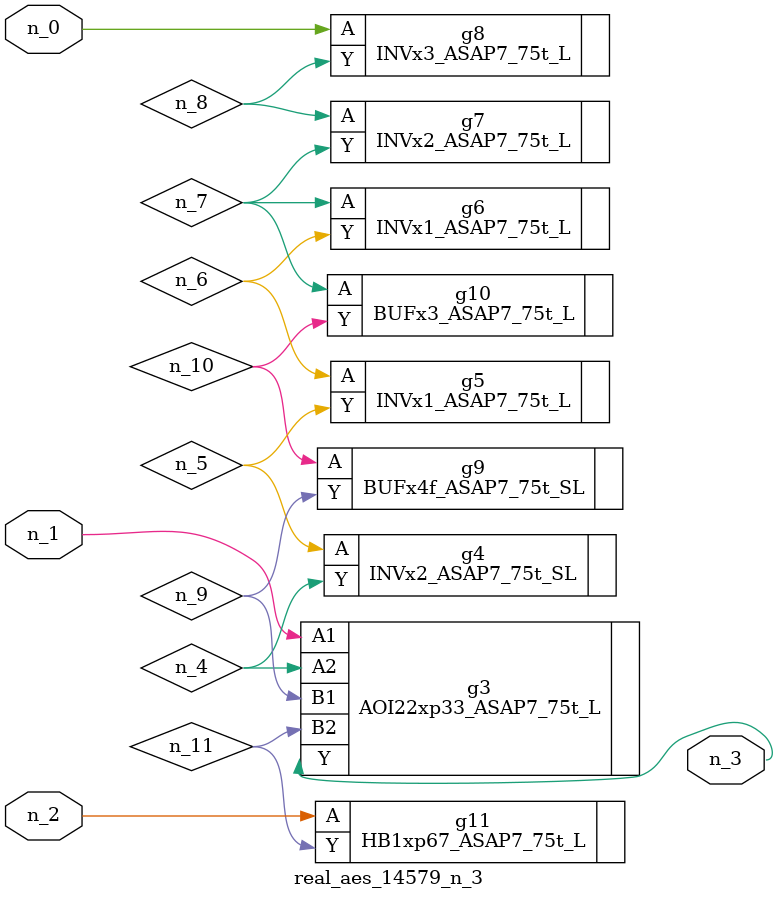
<source format=v>
module real_aes_14579_n_3 (n_0, n_2, n_1, n_3);
input n_0;
input n_2;
input n_1;
output n_3;
wire n_4;
wire n_5;
wire n_7;
wire n_9;
wire n_6;
wire n_8;
wire n_10;
wire n_11;
INVx3_ASAP7_75t_L g8 ( .A(n_0), .Y(n_8) );
AOI22xp33_ASAP7_75t_L g3 ( .A1(n_1), .A2(n_4), .B1(n_9), .B2(n_11), .Y(n_3) );
HB1xp67_ASAP7_75t_L g11 ( .A(n_2), .Y(n_11) );
INVx2_ASAP7_75t_SL g4 ( .A(n_5), .Y(n_4) );
INVx1_ASAP7_75t_L g5 ( .A(n_6), .Y(n_5) );
INVx1_ASAP7_75t_L g6 ( .A(n_7), .Y(n_6) );
BUFx3_ASAP7_75t_L g10 ( .A(n_7), .Y(n_10) );
INVx2_ASAP7_75t_L g7 ( .A(n_8), .Y(n_7) );
BUFx4f_ASAP7_75t_SL g9 ( .A(n_10), .Y(n_9) );
endmodule
</source>
